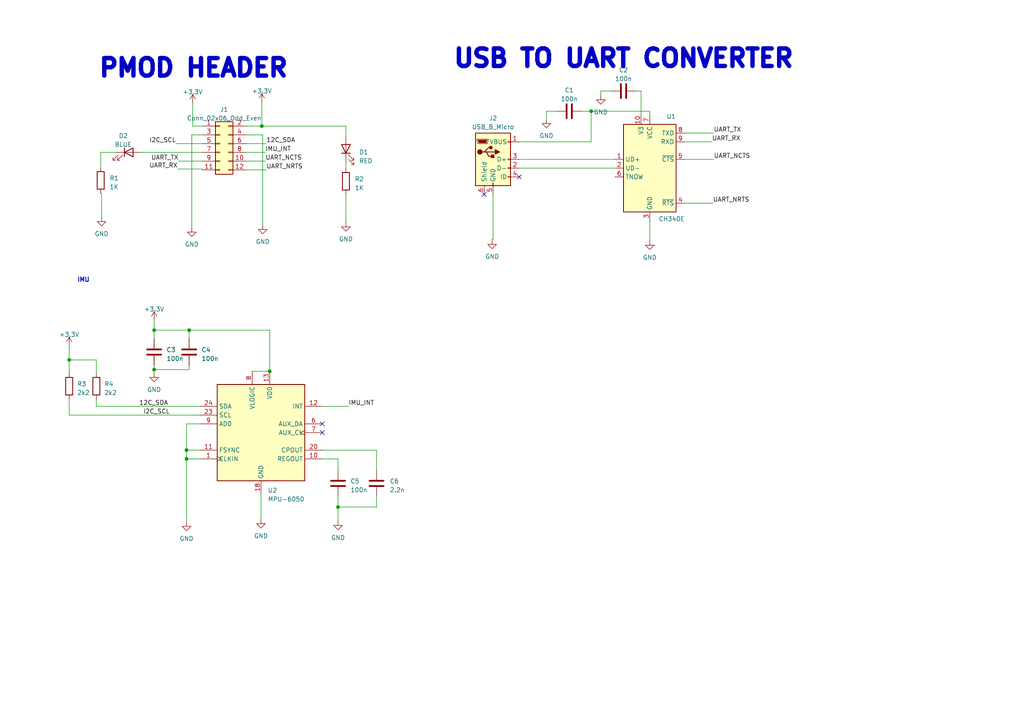
<source format=kicad_sch>
(kicad_sch (version 20230121) (generator eeschema)
  (paper "A4")
  (lib_symbols
    (symbol "Connector:USB_B_Micro" (pin_names (offset 1.016))
      (property "Reference" "J" (at -5.08 11.43 0))
      (property "Value" "USB_B_Micro" (at -5.08 8.89 0))
      (symbol "USB_B_Micro_0_1"
        (rectangle (start -5.08 -7.62) (end 5.08 7.62) (stroke (width 0.254)) (fill (type background)))
        (circle (center -3.81 2.159) (radius 0.635) (stroke (width 0.254)) (fill (type outline)))
        (circle (center -0.635 3.429) (radius 0.381) (stroke (width 0.254)) (fill (type outline)))
        (rectangle (start -0.127 -7.62) (end 0.127 -6.858))
        (polyline (pts (xy -1.905 2.159) (xy 0.635 2.159)) (stroke (width 0.254)))
        (polyline (pts (xy -3.175 2.159) (xy -2.54 2.159) (xy -1.27 3.429) (xy -0.635 3.429)) (stroke (width 0.254)))
        (polyline (pts (xy -2.54 2.159) (xy -1.905 2.159) (xy -1.27 0.889) (xy 0 0.889)) (stroke (width 0.254)))
        (polyline (pts (xy 0.635 2.794) (xy 0.635 1.524) (xy 1.905 2.159) (xy 0.635 2.794)) (stroke (width 0.254)) (fill (type outline)))
        (polyline (pts (xy -4.318 5.588) (xy -1.778 5.588) (xy -2.032 4.826) (xy -4.064 4.826) (xy -4.318 5.588)) (fill (type outline)))
        (polyline (pts (xy -4.699 5.842) (xy -4.699 5.588) (xy -4.445 4.826) (xy -4.445 4.572) (xy -1.651 4.572) (xy -1.651 4.826) (xy -1.397 5.588) (xy -1.397 5.842) (xy -4.699 5.842)))
        (rectangle (start 0.254 1.27) (end -0.508 0.508) (stroke (width 0.254)) (fill (type outline)))
        (rectangle (start 5.08 -5.207) (end 4.318 -4.953))
        (rectangle (start 5.08 -2.667) (end 4.318 -2.413))
        (rectangle (start 5.08 -0.127) (end 4.318 0.127))
        (rectangle (start 5.08 4.953) (end 4.318 5.207))
      )
      (symbol "USB_B_Micro_1_1"
        (pin power_out line (at 7.62 5.08 180) (length 2.54) (name "VBUS") (number "1"))
        (pin bidirectional line (at 7.62 -2.54 180) (length 2.54) (name "D-") (number "2"))
        (pin bidirectional line (at 7.62 0 180) (length 2.54) (name "D+") (number "3"))
        (pin passive line (at 7.62 -5.08 180) (length 2.54) (name "ID") (number "4"))
        (pin power_out line (at 0 -10.16 90) (length 2.54) (name "GND") (number "5"))
        (pin passive line (at -2.54 -10.16 90) (length 2.54) (name "Shield") (number "6"))
      )
    )
    (symbol "Connector_Generic:Conn_02x06_Odd_Even" (pin_names (offset 1.016) hide)
      (property "Reference" "J" (at 1.27 7.62 0))
      (property "Value" "Conn_02x06_Odd_Even" (at 1.27 -10.16 0))
      (symbol "Conn_02x06_Odd_Even_1_1"
        (rectangle (start -1.27 -7.493) (end 0 -7.747) (stroke (width 0.1524)))
        (rectangle (start -1.27 -4.953) (end 0 -5.207) (stroke (width 0.1524)))
        (rectangle (start -1.27 -2.413) (end 0 -2.667) (stroke (width 0.1524)))
        (rectangle (start -1.27 0.127) (end 0 -0.127) (stroke (width 0.1524)))
        (rectangle (start -1.27 2.667) (end 0 2.413) (stroke (width 0.1524)))
        (rectangle (start -1.27 5.207) (end 0 4.953) (stroke (width 0.1524)))
        (rectangle (start -1.27 6.35) (end 3.81 -8.89) (stroke (width 0.254)) (fill (type background)))
        (rectangle (start 3.81 -7.493) (end 2.54 -7.747) (stroke (width 0.1524)))
        (rectangle (start 3.81 -4.953) (end 2.54 -5.207) (stroke (width 0.1524)))
        (rectangle (start 3.81 -2.413) (end 2.54 -2.667) (stroke (width 0.1524)))
        (rectangle (start 3.81 0.127) (end 2.54 -0.127) (stroke (width 0.1524)))
        (rectangle (start 3.81 2.667) (end 2.54 2.413) (stroke (width 0.1524)))
        (rectangle (start 3.81 5.207) (end 2.54 4.953) (stroke (width 0.1524)))
        (pin passive line (at -5.08 5.08 0) (length 3.81) (name "Pin_1") (number "1"))
        (pin passive line (at 7.62 -5.08 180) (length 3.81) (name "Pin_10") (number "10"))
        (pin passive line (at -5.08 -7.62 0) (length 3.81) (name "Pin_11") (number "11"))
        (pin passive line (at 7.62 -7.62 180) (length 3.81) (name "Pin_12") (number "12"))
        (pin passive line (at 7.62 5.08 180) (length 3.81) (name "Pin_2") (number "2"))
        (pin passive line (at -5.08 2.54 0) (length 3.81) (name "Pin_3") (number "3"))
        (pin passive line (at 7.62 2.54 180) (length 3.81) (name "Pin_4") (number "4"))
        (pin passive line (at -5.08 0 0) (length 3.81) (name "Pin_5") (number "5"))
        (pin passive line (at 7.62 0 180) (length 3.81) (name "Pin_6") (number "6"))
        (pin passive line (at -5.08 -2.54 0) (length 3.81) (name "Pin_7") (number "7"))
        (pin passive line (at 7.62 -2.54 180) (length 3.81) (name "Pin_8") (number "8"))
        (pin passive line (at -5.08 -5.08 0) (length 3.81) (name "Pin_9") (number "9"))
      )
    )
    (symbol "Device:C" (pin_numbers hide) (pin_names (offset 0.254))
      (property "Reference" "C" (at 0.635 2.54 0))
      (property "Value" "C" (at 0.635 -2.54 0))
      (symbol "C_0_1"
        (polyline (pts (xy -2.032 -0.762) (xy 2.032 -0.762)) (stroke (width 0.508)))
        (polyline (pts (xy -2.032 0.762) (xy 2.032 0.762)) (stroke (width 0.508)))
      )
      (symbol "C_1_1"
        (pin passive line (at 0 3.81 270) (length 2.794) (name "~") (number "1"))
        (pin passive line (at 0 -3.81 90) (length 2.794) (name "~") (number "2"))
      )
    )
    (symbol "Device:LED" (pin_numbers hide) (pin_names (offset 1.016) hide)
      (property "Reference" "D" (at 0 2.54 0))
      (property "Value" "LED" (at 0 -2.54 0))
      (symbol "LED_0_1"
        (polyline (pts (xy -1.27 -1.27) (xy -1.27 1.27)) (stroke (width 0.254)))
        (polyline (pts (xy -1.27 0) (xy 1.27 0)))
        (polyline (pts (xy 1.27 -1.27) (xy 1.27 1.27) (xy -1.27 0) (xy 1.27 -1.27)) (stroke (width 0.254)))
        (polyline (pts (xy -3.048 -0.762) (xy -4.572 -2.286) (xy -3.81 -2.286) (xy -4.572 -2.286) (xy -4.572 -1.524)))
        (polyline (pts (xy -1.778 -0.762) (xy -3.302 -2.286) (xy -2.54 -2.286) (xy -3.302 -2.286) (xy -3.302 -1.524)))
      )
      (symbol "LED_1_1"
        (pin passive line (at -3.81 0 0) (length 2.54) (name "K") (number "1"))
        (pin passive line (at 3.81 0 180) (length 2.54) (name "A") (number "2"))
      )
    )
    (symbol "Device:R" (pin_numbers hide) (pin_names (offset 0))
      (property "Reference" "R" (at 2.032 0 90))
      (property "Value" "R" (at 0 0 90))
      (symbol "R_0_1"
        (rectangle (start -1.016 -2.54) (end 1.016 2.54) (stroke (width 0.254)))
      )
      (symbol "R_1_1"
        (pin passive line (at 0 3.81 270) (length 1.27) (name "~") (number "1"))
        (pin passive line (at 0 -3.81 90) (length 1.27) (name "~") (number "2"))
      )
    )
    (symbol "Interface_USB:CH340E"
      (property "Reference" "U" (at -5.08 13.97 0))
      (property "Value" "CH340E" (at 1.27 13.97 0))
      (symbol "CH340E_0_1"
        (rectangle (start -7.62 12.7) (end 7.62 -12.7) (stroke (width 0.254)) (fill (type background)))
      )
      (symbol "CH340E_1_1"
        (pin bidirectional line (at -10.16 2.54 0) (length 2.54) (name "UD+") (number "1"))
        (pin passive line (at -2.54 15.24 270) (length 2.54) (name "V3") (number "10"))
        (pin bidirectional line (at -10.16 0 0) (length 2.54) (name "UD-") (number "2"))
        (pin power_in line (at 0 -15.24 90) (length 2.54) (name "GND") (number "3"))
        (pin output line (at 10.16 -10.16 180) (length 2.54) (name "~{RTS}") (number "4"))
        (pin input line (at 10.16 2.54 180) (length 2.54) (name "~{CTS}") (number "5"))
        (pin output line (at -10.16 -2.54 0) (length 2.54) (name "TNOW") (number "6"))
        (pin power_in line (at 0 15.24 270) (length 2.54) (name "VCC") (number "7"))
        (pin output line (at 10.16 10.16 180) (length 2.54) (name "TXD") (number "8"))
        (pin input line (at 10.16 7.62 180) (length 2.54) (name "RXD") (number "9"))
      )
    )
    (symbol "Sensor_Motion:MPU-6050"
      (property "Reference" "U" (at -11.43 13.97 0))
      (property "Value" "MPU-6050" (at 7.62 -15.24 0))
      (symbol "MPU-6050_0_0"
        (text "" (at 12.7 -2.54 0) (effects (font (size 1.27 1.27))))
      )
      (symbol "MPU-6050_0_1"
        (rectangle (start -12.7 13.97) (end 12.7 -13.97) (stroke (width 0.254)) (fill (type background)))
      )
      (symbol "MPU-6050_1_1"
        (pin input clock (at -17.78 -7.62 0) (length 5.08) (name "CLKIN") (number "1"))
        (pin passive line (at 17.78 -7.62 180) (length 5.08) (name "REGOUT") (number "10"))
        (pin input line (at -17.78 -5.08 0) (length 5.08) (name "FSYNC") (number "11"))
        (pin output line (at 17.78 7.62 180) (length 5.08) (name "INT") (number "12"))
        (pin power_in line (at 2.54 17.78 270) (length 3.81) (name "VDD") (number "13"))
        (pin no_connect line (at -12.7 -10.16 0) (length 2.54) hide (name "NC") (number "14"))
        (pin no_connect line (at 12.7 12.7 180) (length 2.54) hide (name "NC") (number "15"))
        (pin no_connect line (at 12.7 10.16 180) (length 2.54) hide (name "NC") (number "16"))
        (pin no_connect line (at 12.7 5.08 180) (length 2.54) hide (name "NC") (number "17"))
        (pin power_in line (at 0 -17.78 90) (length 3.81) (name "GND") (number "18"))
        (pin no_connect line (at 12.7 -10.16 180) (length 2.54) hide (name "RESV") (number "19"))
        (pin no_connect line (at -12.7 12.7 0) (length 2.54) hide (name "NC") (number "2"))
        (pin passive line (at 17.78 -5.08 180) (length 5.08) (name "CPOUT") (number "20"))
        (pin no_connect line (at 12.7 -2.54 180) (length 2.54) hide (name "RESV") (number "21"))
        (pin no_connect line (at 12.7 -12.7 180) (length 2.54) hide (name "RESV") (number "22"))
        (pin input line (at -17.78 5.08 0) (length 5.08) (name "SCL") (number "23"))
        (pin bidirectional line (at -17.78 7.62 0) (length 5.08) (name "SDA") (number "24"))
        (pin no_connect line (at -12.7 10.16 0) (length 2.54) hide (name "NC") (number "3"))
        (pin no_connect line (at -12.7 0 0) (length 2.54) hide (name "NC") (number "4"))
        (pin no_connect line (at -12.7 -2.54 0) (length 2.54) hide (name "NC") (number "5"))
        (pin bidirectional line (at 17.78 2.54 180) (length 5.08) (name "AUX_DA") (number "6"))
        (pin output clock (at 17.78 0 180) (length 5.08) (name "AUX_CL") (number "7"))
        (pin power_in line (at -2.54 17.78 270) (length 3.81) (name "VLOGIC") (number "8"))
        (pin input line (at -17.78 2.54 0) (length 5.08) (name "AD0") (number "9"))
      )
    )
    (symbol "power:+3.3V" (power) (pin_names (offset 0))
      (property "Value" "+3.3V" (at 0 3.556 0))
      (symbol "+3.3V_0_1"
        (polyline (pts (xy -0.762 1.27) (xy 0 2.54)))
        (polyline (pts (xy 0 0) (xy 0 2.54)))
        (polyline (pts (xy 0 2.54) (xy 0.762 1.27)))
      )
      (symbol "+3.3V_1_1"
        (pin power_in line (at 0 0 90) (length 0) hide (name "+3.3V") (number "1"))
      )
    )
    (symbol "power:GND" (power) (pin_names (offset 0))
      (property "Value" "GND" (at 0 -3.81 0))
      (symbol "GND_0_1"
        (polyline (pts (xy 0 0) (xy 0 -1.27) (xy 1.27 -1.27) (xy 0 -2.54) (xy -1.27 -1.27) (xy 0 -1.27)))
      )
      (symbol "GND_1_1"
        (pin power_in line (at 0 0 270) (length 0) hide (name "GND") (number "1"))
      )
    )
  )
  (junction (at 54.102 133.096))
  (junction (at 171.45 32.258))
  (junction (at 20.066 104.394))
  (junction (at 98.044 147.066))
  (junction (at 54.864 95.758))
  (junction (at 78.232 107.696))
  (junction (at 54.102 130.556))
  (junction (at 75.946 36.576))
  (junction (at 44.704 95.758))
  (junction (at 44.704 107.188))
  (no_connect (at 93.472 122.936))
  (no_connect (at 150.622 51.308))
  (no_connect (at 140.462 56.388))
  (no_connect (at 93.472 125.476))
  (wire (pts (xy 184.658 26.416) (xy 185.928 26.416)))
  (wire (pts (xy 198.628 46.228) (xy 207.01 46.228)))
  (wire (pts (xy 98.044 136.398) (xy 98.044 133.096)))
  (wire (pts (xy 198.628 38.608) (xy 207.01 38.608)))
  (wire (pts (xy 150.622 48.768) (xy 178.308 48.768)))
  (wire (pts (xy 27.94 104.394) (xy 20.066 104.394)))
  (wire (pts (xy 109.22 130.556) (xy 109.22 136.398)))
  (wire (pts (xy 75.692 143.256) (xy 75.692 150.622)))
  (wire (pts (xy 78.232 95.758) (xy 54.864 95.758)))
  (wire (pts (xy 171.45 32.258) (xy 188.468 32.258)))
  (wire (pts (xy 57.912 122.936) (xy 54.102 122.936)))
  (wire (pts (xy 58.674 36.576) (xy 55.88 36.576)))
  (wire (pts (xy 171.45 41.148) (xy 171.45 32.258)))
  (wire (pts (xy 142.748 69.342) (xy 143.002 69.342)))
  (wire (pts (xy 54.102 122.936) (xy 54.102 130.556)))
  (wire (pts (xy 54.102 130.556) (xy 54.102 133.096)))
  (wire (pts (xy 77.216 41.656) (xy 71.374 41.656)))
  (wire (pts (xy 75.946 29.718) (xy 75.946 36.576)))
  (wire (pts (xy 54.864 98.298) (xy 54.864 95.758)))
  (wire (pts (xy 27.94 117.856) (xy 57.912 117.856)))
  (wire (pts (xy 58.674 39.116) (xy 55.626 39.116)))
  (wire (pts (xy 54.102 130.556) (xy 57.912 130.556)))
  (wire (pts (xy 54.102 133.096) (xy 54.102 151.384)))
  (wire (pts (xy 51.054 41.656) (xy 58.674 41.656)))
  (wire (pts (xy 98.044 147.066) (xy 98.044 151.13)))
  (wire (pts (xy 206.756 58.928) (xy 198.628 58.928)))
  (wire (pts (xy 29.464 56.134) (xy 29.21 56.134)))
  (wire (pts (xy 98.044 133.096) (xy 93.472 133.096)))
  (wire (pts (xy 71.374 49.276) (xy 77.216 49.276)))
  (wire (pts (xy 76.2 39.116) (xy 76.2 65.278)))
  (wire (pts (xy 71.374 39.116) (xy 76.2 39.116)))
  (wire (pts (xy 44.704 98.298) (xy 44.704 95.758)))
  (wire (pts (xy 109.22 144.018) (xy 109.22 147.066)))
  (wire (pts (xy 150.622 46.228) (xy 178.308 46.228)))
  (wire (pts (xy 54.864 105.918) (xy 54.864 107.188)))
  (wire (pts (xy 168.91 32.258) (xy 171.45 32.258)))
  (wire (pts (xy 177.038 26.416) (xy 174.244 26.416)))
  (wire (pts (xy 55.88 36.576) (xy 55.88 29.972)))
  (wire (pts (xy 51.816 46.736) (xy 58.674 46.736)))
  (wire (pts (xy 101.092 117.856) (xy 93.472 117.856)))
  (wire (pts (xy 78.232 95.758) (xy 78.232 107.696)))
  (wire (pts (xy 75.946 36.576) (xy 100.33 36.576)))
  (wire (pts (xy 55.626 39.116) (xy 55.626 66.04)))
  (wire (pts (xy 161.29 32.258) (xy 158.496 32.258)))
  (wire (pts (xy 188.468 64.008) (xy 188.468 69.85)))
  (wire (pts (xy 100.33 36.576) (xy 100.33 39.37)))
  (wire (pts (xy 29.464 62.992) (xy 29.464 56.134)))
  (wire (pts (xy 58.674 44.196) (xy 41.148 44.196)))
  (wire (pts (xy 174.244 26.416) (xy 174.244 27.686)))
  (wire (pts (xy 98.044 144.018) (xy 98.044 147.066)))
  (wire (pts (xy 44.704 107.188) (xy 44.704 108.204)))
  (wire (pts (xy 51.562 49.022) (xy 58.674 49.022)))
  (wire (pts (xy 76.962 46.736) (xy 71.374 46.736)))
  (wire (pts (xy 143.002 69.342) (xy 143.002 56.388)))
  (wire (pts (xy 27.94 115.824) (xy 27.94 117.856)))
  (wire (pts (xy 20.066 108.204) (xy 20.066 104.394)))
  (wire (pts (xy 100.33 46.99) (xy 100.33 48.768)))
  (wire (pts (xy 158.496 32.258) (xy 158.496 34.544)))
  (wire (pts (xy 73.152 107.696) (xy 78.232 107.696)))
  (wire (pts (xy 71.374 36.576) (xy 75.946 36.576)))
  (wire (pts (xy 54.864 107.188) (xy 44.704 107.188)))
  (wire (pts (xy 54.102 133.096) (xy 57.912 133.096)))
  (wire (pts (xy 142.748 69.342) (xy 142.748 69.596)))
  (wire (pts (xy 44.704 95.758) (xy 44.704 92.964)))
  (wire (pts (xy 188.468 32.258) (xy 188.468 33.528)))
  (wire (pts (xy 198.628 41.148) (xy 206.502 41.148)))
  (wire (pts (xy 29.21 44.196) (xy 33.528 44.196)))
  (wire (pts (xy 20.066 120.396) (xy 57.912 120.396)))
  (wire (pts (xy 109.22 147.066) (xy 98.044 147.066)))
  (wire (pts (xy 93.472 130.556) (xy 109.22 130.556)))
  (wire (pts (xy 20.066 115.824) (xy 20.066 120.396)))
  (wire (pts (xy 76.962 44.196) (xy 71.374 44.196)))
  (wire (pts (xy 27.94 108.204) (xy 27.94 104.394)))
  (wire (pts (xy 44.704 105.918) (xy 44.704 107.188)))
  (wire (pts (xy 54.864 95.758) (xy 44.704 95.758)))
  (wire (pts (xy 100.33 56.388) (xy 100.33 64.516)))
  (wire (pts (xy 185.928 26.416) (xy 185.928 33.528)))
  (wire (pts (xy 29.21 48.514) (xy 29.21 44.196)))
  (wire (pts (xy 150.622 41.148) (xy 171.45 41.148)))
  (wire (pts (xy 20.066 104.394) (xy 20.066 100.33)))
  (wire (pts (xy 58.674 49.022) (xy 58.674 49.276)))
  (text "PMOD HEADER" (at 28.194 22.86 0) (effects (font (size 5.08 5.08) (thickness 60.96) bold) (justify left bottom)))
  (text "IMU" (at 22.352 82.042 0) (effects (font (size 1.27 1.27) bold) (justify left bottom)))
  (text "USB TO UART CONVERTER" (at 131.064 20.066 0) (effects (font (size 5.08 5.08) (thickness 60.96) bold) (justify left bottom)))
  (label "UART_NRTS" (at 77.216 49.276 0))
  (label "UART_NCTS" (at 207.01 46.228 0))
  (label "UART_TX" (at 207.01 38.608 0))
  (label "I2C_SCL" (at 49.276 120.396 180))
  (label "UART_NRTS" (at 206.756 58.928 0))
  (label "UART_TX" (at 51.816 46.736 180))
  (label "IMU_INT" (at 76.962 44.196 0))
  (label "12C_SDA" (at 77.216 41.656 0))
  (label "I2C_SCL" (at 51.054 41.656 180))
  (label "12C_SDA" (at 48.768 117.856 180))
  (label "UART_RX" (at 51.562 49.022 180))
  (label "UART_RX" (at 206.502 41.148 0))
  (label "UART_NCTS" (at 76.962 46.736 0))
  (label "IMU_INT" (at 101.092 117.856 0))
  (symbol (lib_id "Device:R") (at 100.33 52.578 0) (unit 1)
    (property "Reference" "R2" (at 102.87 51.943 0) (effects (justify left)))
    (property "Value" "1K" (at 102.87 54.483 0) (effects (justify left)))
    (property "Footprint" "Resistor_SMD:R_0603_1608Metric" (effects hide))
  )
  (symbol (lib_id "power:GND") (at 29.464 62.992 0) (unit 1)
    (property "Reference" "#PWR03" (effects hide))
    (property "Value" "GND" (at 29.464 67.818 0))
  )
  (symbol (lib_id "Interface_USB:CH340E") (at 188.468 48.768 0) (unit 1)
    (property "Reference" "U1" (at 193.294 33.782 0) (effects (justify left)))
    (property "Value" "CH340E" (at 191.008 63.5 0) (effects (justify left)))
    (property "Footprint" "Package_SO:MSOP-10_3x3mm_P0.5mm" (effects hide))
    (property "Datasheet" "https://www.mpja.com/download/35227cpdata.pdf" (effects hide))
  )
  (symbol (lib_id "power:GND") (at 174.244 27.686 0) (unit 1)
    (property "Reference" "#PWR010" (effects hide))
    (property "Value" "GND" (at 174.244 32.512 0))
  )
  (symbol (lib_id "Device:R") (at 27.94 112.014 0) (unit 1)
    (property "Reference" "R4" (at 30.226 111.379 0) (effects (justify left)))
    (property "Value" "2k2" (at 30.226 113.919 0) (effects (justify left)))
    (property "Footprint" "Resistor_SMD:R_0612_1632Metric" (effects hide))
  )
  (symbol (lib_id "Sensor_Motion:MPU-6050") (at 75.692 125.476 0) (unit 1)
    (property "Reference" "U2" (at 77.6479 142.24 0) (effects (justify left)))
    (property "Value" "MPU-6050" (at 77.6479 144.78 0) (effects (justify left)))
    (property "Footprint" "Sensor_Motion:InvenSense_QFN-24_4x4mm_P0.5mm" (effects hide))
    (property "Datasheet" "https://invensense.tdk.com/wp-content/uploads/2015/02/MPU-6000-Datasheet1.pdf" (effects hide))
  )
  (symbol (lib_id "power:GND") (at 54.102 151.384 0) (unit 1)
    (property "Reference" "#PWR016" (effects hide))
    (property "Value" "GND" (at 54.102 156.21 0))
  )
  (symbol (lib_id "power:GND") (at 75.692 150.622 0) (unit 1)
    (property "Reference" "#PWR011" (effects hide))
    (property "Value" "GND" (at 75.692 155.448 0))
  )
  (symbol (lib_id "Device:LED") (at 37.338 44.196 0) (unit 1)
    (property "Reference" "D2" (at 35.7505 39.37 0))
    (property "Value" "BLUE" (at 35.7505 41.91 0))
    (property "Footprint" "LED_SMD:LED_0603_1608Metric" (effects hide))
  )
  (symbol (lib_id "power:+3.3V") (at 20.066 100.33 0) (unit 1)
    (property "Reference" "#PWR012" (effects hide))
    (property "Value" "+3.3V" (at 20.066 97.028 0))
  )
  (symbol (lib_id "Device:C") (at 44.704 102.108 180) (unit 1)
    (property "Reference" "C3" (at 48.26 101.473 0) (effects (justify right)))
    (property "Value" "100n" (at 48.26 104.013 0) (effects (justify right)))
    (property "Footprint" "Capacitor_SMD:C_0603_1608Metric" (effects hide))
  )
  (symbol (lib_id "Device:LED") (at 100.33 43.18 90) (unit 1)
    (property "Reference" "D1" (at 104.14 44.1325 90) (effects (justify right)))
    (property "Value" "RED" (at 104.14 46.6725 90) (effects (justify right)))
    (property "Footprint" "LED_SMD:LED_0603_1608Metric" (effects hide))
  )
  (symbol (lib_id "Connector_Generic:Conn_02x06_Odd_Even") (at 63.754 41.656 0) (unit 1)
    (property "Reference" "J1" (at 65.024 31.75 0))
    (property "Value" "Conn_02x06_Odd_Even" (at 65.024 34.29 0))
    (property "Footprint" "Connector_PinSocket_2.54mm:PinSocket_2x06_P2.54mm_Vertical" (effects hide))
  )
  (symbol (lib_id "Device:C") (at 165.1 32.258 90) (unit 1)
    (property "Reference" "C1" (at 165.1 26.162 90))
    (property "Value" "100n" (at 165.1 28.702 90))
    (property "Footprint" "Capacitor_SMD:C_0603_1608Metric" (effects hide))
  )
  (symbol (lib_id "power:GND") (at 55.626 66.04 0) (unit 1)
    (property "Reference" "#PWR04" (effects hide))
    (property "Value" "GND" (at 55.626 70.866 0))
  )
  (symbol (lib_id "Device:C") (at 180.848 26.416 90) (unit 1)
    (property "Reference" "C2" (at 180.848 20.32 90))
    (property "Value" "100n" (at 180.848 22.86 90))
    (property "Footprint" "Capacitor_SMD:C_0603_1608Metric" (effects hide))
  )
  (symbol (lib_id "Device:C") (at 54.864 102.108 180) (unit 1)
    (property "Reference" "C4" (at 58.42 101.473 0) (effects (justify right)))
    (property "Value" "100n" (at 58.42 104.013 0) (effects (justify right)))
    (property "Footprint" "Capacitor_SMD:C_0603_1608Metric" (effects hide))
  )
  (symbol (lib_id "power:GND") (at 44.704 108.204 0) (unit 1)
    (property "Reference" "#PWR014" (effects hide))
    (property "Value" "GND" (at 44.704 113.03 0))
  )
  (symbol (lib_id "power:GND") (at 76.2 65.278 0) (unit 1)
    (property "Reference" "#PWR05" (effects hide))
    (property "Value" "GND" (at 76.2 70.104 0))
  )
  (symbol (lib_id "power:GND") (at 158.496 34.544 0) (unit 1)
    (property "Reference" "#PWR09" (effects hide))
    (property "Value" "GND" (at 158.496 39.37 0))
  )
  (symbol (lib_id "power:GND") (at 100.33 64.516 0) (unit 1)
    (property "Reference" "#PWR06" (effects hide))
    (property "Value" "GND" (at 100.33 69.342 0))
  )
  (symbol (lib_id "power:+3.3V") (at 44.704 92.964 0) (unit 1)
    (property "Reference" "#PWR013" (effects hide))
    (property "Value" "+3.3V" (at 44.704 89.662 0))
  )
  (symbol (lib_id "Device:C") (at 109.22 140.208 180) (unit 1)
    (property "Reference" "C6" (at 113.03 139.573 0) (effects (justify right)))
    (property "Value" "2.2n" (at 113.03 142.113 0) (effects (justify right)))
    (property "Footprint" "Capacitor_SMD:C_0603_1608Metric" (effects hide))
  )
  (symbol (lib_id "power:GND") (at 188.468 69.85 0) (unit 1)
    (property "Reference" "#PWR08" (effects hide))
    (property "Value" "GND" (at 188.468 74.676 0))
  )
  (symbol (lib_id "Connector:USB_B_Micro") (at 143.002 46.228 0) (unit 1)
    (property "Reference" "J2" (at 143.002 34.29 0))
    (property "Value" "USB_B_Micro" (at 143.002 36.83 0))
    (property "Footprint" "Connector_USB:USB_Micro-B_Molex-105017-0001" (effects hide))
  )
  (symbol (lib_id "power:GND") (at 142.748 69.596 0) (unit 1)
    (property "Reference" "#PWR07" (effects hide))
    (property "Value" "GND" (at 142.748 74.422 0))
  )
  (symbol (lib_id "power:+3.3V") (at 55.88 29.972 0) (unit 1)
    (property "Reference" "#PWR01" (effects hide))
    (property "Value" "+3.3V" (at 55.88 26.67 0))
  )
  (symbol (lib_id "power:GND") (at 98.044 151.13 0) (unit 1)
    (property "Reference" "#PWR015" (effects hide))
    (property "Value" "GND" (at 98.044 155.956 0))
  )
  (symbol (lib_id "Device:C") (at 98.044 140.208 180) (unit 1)
    (property "Reference" "C5" (at 101.6 139.573 0) (effects (justify right)))
    (property "Value" "100n" (at 101.6 142.113 0) (effects (justify right)))
    (property "Footprint" "Capacitor_SMD:C_0603_1608Metric" (effects hide))
  )
  (symbol (lib_id "Device:R") (at 29.21 52.324 0) (unit 1)
    (property "Reference" "R1" (at 31.75 51.689 0) (effects (justify left)))
    (property "Value" "1K" (at 31.75 54.229 0) (effects (justify left)))
    (property "Footprint" "Resistor_SMD:R_0603_1608Metric" (effects hide))
  )
  (symbol (lib_id "power:+3.3V") (at 75.946 29.718 0) (unit 1)
    (property "Reference" "#PWR02" (effects hide))
    (property "Value" "+3.3V" (at 75.946 26.416 0))
  )
  (symbol (lib_id "Device:R") (at 20.066 112.014 0) (unit 1)
    (property "Reference" "R3" (at 22.352 111.379 0) (effects (justify left)))
    (property "Value" "2k2" (at 22.352 113.919 0) (effects (justify left)))
    (property "Footprint" "Resistor_SMD:R_0612_1632Metric" (effects hide))
  )
)
</source>
